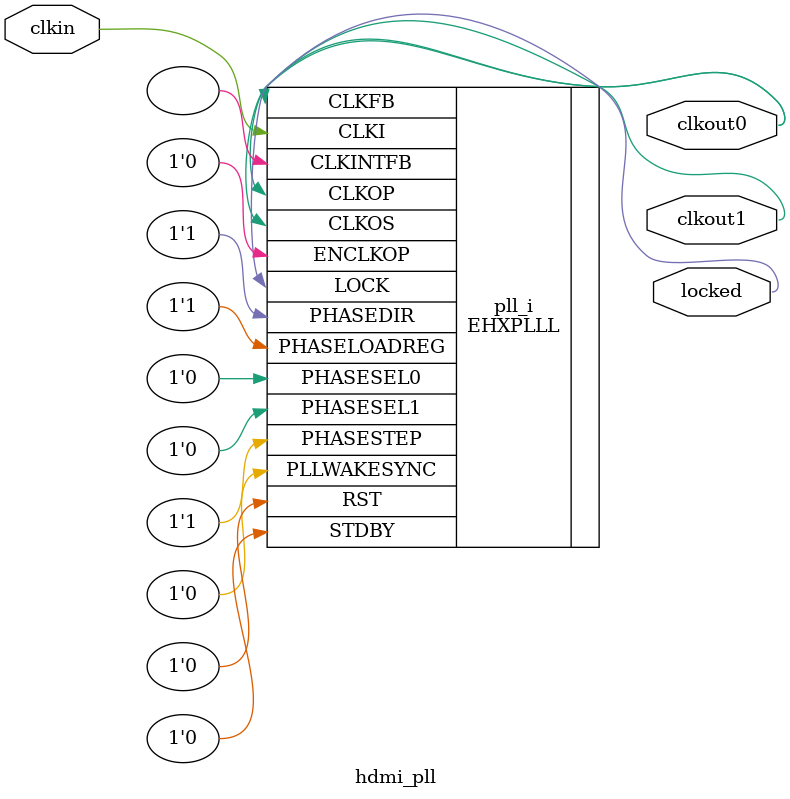
<source format=v>
module hdmi_pll
(
    input clkin, // 25 MHz, 0 deg
    output clkout0, // 125 MHz, 0 deg
    output clkout1, // 25 MHz, 0 deg
    output locked
);
(* FREQUENCY_PIN_CLKI="25" *)
(* FREQUENCY_PIN_CLKOP="125" *)
(* FREQUENCY_PIN_CLKOS="25" *)
(* ICP_CURRENT="12" *) (* LPF_RESISTOR="8" *) (* MFG_ENABLE_FILTEROPAMP="1" *) (* MFG_GMCREF_SEL="2" *)
EHXPLLL #(
        .PLLRST_ENA("DISABLED"),
        .INTFB_WAKE("DISABLED"),
        .STDBY_ENABLE("DISABLED"),
        .DPHASE_SOURCE("DISABLED"),
        .OUTDIVIDER_MUXA("DIVA"),
        .OUTDIVIDER_MUXB("DIVB"),
        .OUTDIVIDER_MUXC("DIVC"),
        .OUTDIVIDER_MUXD("DIVD"),
        .CLKI_DIV(1),
        .CLKOP_ENABLE("ENABLED"),
        .CLKOP_DIV(5),
        .CLKOP_CPHASE(2),
        .CLKOP_FPHASE(0),
        .CLKOS_ENABLE("ENABLED"),
        .CLKOS_DIV(25),
        .CLKOS_CPHASE(2),
        .CLKOS_FPHASE(0),
        .FEEDBK_PATH("CLKOP"),
        .CLKFB_DIV(5)
    ) pll_i (
        .RST(1'b0),
        .STDBY(1'b0),
        .CLKI(clkin),
        .CLKOP(clkout0),
        .CLKOS(clkout1),
        .CLKFB(clkout0),
        .CLKINTFB(),
        .PHASESEL0(1'b0),
        .PHASESEL1(1'b0),
        .PHASEDIR(1'b1),
        .PHASESTEP(1'b1),
        .PHASELOADREG(1'b1),
        .PLLWAKESYNC(1'b0),
        .ENCLKOP(1'b0),
        .LOCK(locked)
	);
endmodule

</source>
